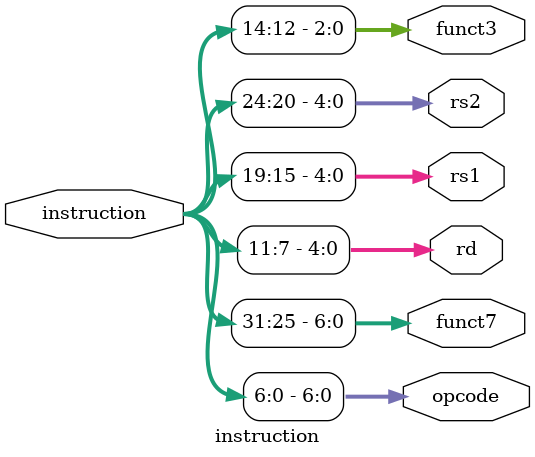
<source format=v>
module instruction(

input [31:0] instruction,
output [6:0] opcode, funct7,
output [4:0] rd , rs1 , rs2,
output [2:0] funct3 

);

assign opcode = instruction[6:0];
assign rd = instruction[11:7];
assign funct3 = instruction[14:12];
assign rs1 = instruction[19:15];
assign rs2 = instruction[24:20];
assign funct7 = instruction[31:25];

endmodule

</source>
